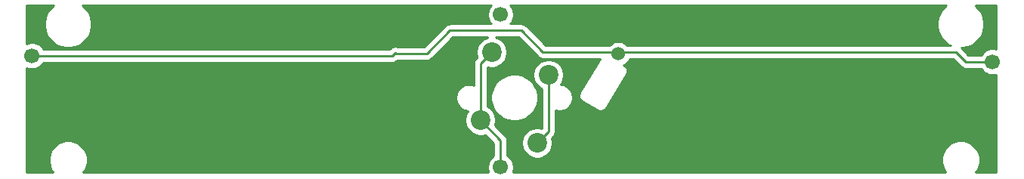
<source format=gbr>
G04 #@! TF.GenerationSoftware,KiCad,Pcbnew,(5.1.6)-1*
G04 #@! TF.CreationDate,2021-12-02T18:02:17-06:00*
G04 #@! TF.ProjectId,Space Hand Wire Helpers,53706163-6520-4486-916e-642057697265,rev?*
G04 #@! TF.SameCoordinates,Original*
G04 #@! TF.FileFunction,Copper,L2,Bot*
G04 #@! TF.FilePolarity,Positive*
%FSLAX46Y46*%
G04 Gerber Fmt 4.6, Leading zero omitted, Abs format (unit mm)*
G04 Created by KiCad (PCBNEW (5.1.6)-1) date 2021-12-02 18:02:17*
%MOMM*%
%LPD*%
G01*
G04 APERTURE LIST*
G04 #@! TA.AperFunction,ComponentPad*
%ADD10C,1.700000*%
G04 #@! TD*
G04 #@! TA.AperFunction,ComponentPad*
%ADD11C,1.524000*%
G04 #@! TD*
G04 #@! TA.AperFunction,ComponentPad*
%ADD12C,2.200000*%
G04 #@! TD*
G04 #@! TA.AperFunction,Conductor*
%ADD13C,0.250000*%
G04 #@! TD*
G04 #@! TA.AperFunction,NonConductor*
%ADD14C,0.254000*%
G04 #@! TD*
G04 APERTURE END LIST*
D10*
X145398000Y-103934000D03*
X145398000Y-86834000D03*
X92898000Y-91434000D03*
X200498000Y-92134000D03*
D11*
X158598000Y-91234000D03*
D12*
X143129000Y-98679000D03*
X149479000Y-101219000D03*
X150749000Y-93599000D03*
X144399000Y-91059000D03*
D13*
X145398000Y-100948000D02*
X143129000Y-98679000D01*
X145398000Y-103934000D02*
X145398000Y-100948000D01*
X143129000Y-92329000D02*
X144399000Y-91059000D01*
X143129000Y-98679000D02*
X143129000Y-92329000D01*
X133650000Y-91186000D02*
X133598000Y-91134000D01*
X137160000Y-91186000D02*
X133650000Y-91186000D01*
X200498000Y-92134000D02*
X197498000Y-92134000D01*
X133598000Y-91134000D02*
X133298000Y-91434000D01*
X139725400Y-88620600D02*
X137160000Y-91186000D01*
X150139800Y-91034000D02*
X147726400Y-88620600D01*
X197498000Y-92134000D02*
X196398000Y-91034000D01*
X196398000Y-91034000D02*
X150139800Y-91034000D01*
X133298000Y-91434000D02*
X95598000Y-91434000D01*
X147726400Y-88620600D02*
X139725400Y-88620600D01*
X95598000Y-91434000D02*
X92898000Y-91434000D01*
X150749000Y-99949000D02*
X149479000Y-101219000D01*
X150749000Y-93599000D02*
X150749000Y-99949000D01*
D14*
G36*
X143892919Y-89390675D02*
G01*
X143577169Y-89521463D01*
X143293002Y-89711337D01*
X143051337Y-89953002D01*
X142861463Y-90237169D01*
X142730675Y-90552919D01*
X142664000Y-90888117D01*
X142664000Y-91229883D01*
X142730675Y-91565081D01*
X142756286Y-91626912D01*
X142617998Y-91765201D01*
X142589000Y-91788999D01*
X142565202Y-91817997D01*
X142565201Y-91817998D01*
X142494026Y-91904724D01*
X142423454Y-92036754D01*
X142396827Y-92124535D01*
X142379998Y-92180014D01*
X142375359Y-92227110D01*
X142365324Y-92329000D01*
X142369001Y-92366332D01*
X142369001Y-94742897D01*
X142292158Y-94711068D01*
X142005260Y-94654000D01*
X141712740Y-94654000D01*
X141425842Y-94711068D01*
X141155589Y-94823010D01*
X140912368Y-94985525D01*
X140705525Y-95192368D01*
X140543010Y-95435589D01*
X140431068Y-95705842D01*
X140374000Y-95992740D01*
X140374000Y-96285260D01*
X140431068Y-96572158D01*
X140543010Y-96842411D01*
X140705525Y-97085632D01*
X140912368Y-97292475D01*
X141155589Y-97454990D01*
X141425842Y-97566932D01*
X141712740Y-97624000D01*
X141747261Y-97624000D01*
X141591463Y-97857169D01*
X141460675Y-98172919D01*
X141394000Y-98508117D01*
X141394000Y-98849883D01*
X141460675Y-99185081D01*
X141591463Y-99500831D01*
X141781337Y-99784998D01*
X142023002Y-100026663D01*
X142307169Y-100216537D01*
X142622919Y-100347325D01*
X142958117Y-100414000D01*
X143299883Y-100414000D01*
X143635081Y-100347325D01*
X143696912Y-100321714D01*
X144638001Y-101262803D01*
X144638000Y-102655821D01*
X144451368Y-102780525D01*
X144244525Y-102987368D01*
X144082010Y-103230589D01*
X143970068Y-103500842D01*
X143913000Y-103787740D01*
X143913000Y-104080260D01*
X143970068Y-104367158D01*
X144013081Y-104471000D01*
X98646796Y-104471000D01*
X98853167Y-104162144D01*
X99015992Y-103769049D01*
X99099000Y-103351741D01*
X99099000Y-102926259D01*
X99015992Y-102508951D01*
X98853167Y-102115856D01*
X98616781Y-101762080D01*
X98315920Y-101461219D01*
X97962144Y-101224833D01*
X97569049Y-101062008D01*
X97151741Y-100979000D01*
X96726259Y-100979000D01*
X96308951Y-101062008D01*
X95915856Y-101224833D01*
X95562080Y-101461219D01*
X95261219Y-101762080D01*
X95024833Y-102115856D01*
X94862008Y-102508951D01*
X94779000Y-102926259D01*
X94779000Y-103351741D01*
X94862008Y-103769049D01*
X95024833Y-104162144D01*
X95231204Y-104471000D01*
X92302800Y-104471000D01*
X92302800Y-92794812D01*
X92464842Y-92861932D01*
X92751740Y-92919000D01*
X93044260Y-92919000D01*
X93331158Y-92861932D01*
X93601411Y-92749990D01*
X93844632Y-92587475D01*
X94051475Y-92380632D01*
X94176178Y-92194000D01*
X133260678Y-92194000D01*
X133298000Y-92197676D01*
X133335322Y-92194000D01*
X133335333Y-92194000D01*
X133446986Y-92183003D01*
X133590247Y-92139546D01*
X133722276Y-92068974D01*
X133838001Y-91974001D01*
X133860981Y-91946000D01*
X137122678Y-91946000D01*
X137160000Y-91949676D01*
X137197322Y-91946000D01*
X137197333Y-91946000D01*
X137308986Y-91935003D01*
X137452247Y-91891546D01*
X137584276Y-91820974D01*
X137700001Y-91726001D01*
X137723804Y-91696997D01*
X140040203Y-89380600D01*
X143943569Y-89380600D01*
X143892919Y-89390675D01*
G37*
X143892919Y-89390675D02*
X143577169Y-89521463D01*
X143293002Y-89711337D01*
X143051337Y-89953002D01*
X142861463Y-90237169D01*
X142730675Y-90552919D01*
X142664000Y-90888117D01*
X142664000Y-91229883D01*
X142730675Y-91565081D01*
X142756286Y-91626912D01*
X142617998Y-91765201D01*
X142589000Y-91788999D01*
X142565202Y-91817997D01*
X142565201Y-91817998D01*
X142494026Y-91904724D01*
X142423454Y-92036754D01*
X142396827Y-92124535D01*
X142379998Y-92180014D01*
X142375359Y-92227110D01*
X142365324Y-92329000D01*
X142369001Y-92366332D01*
X142369001Y-94742897D01*
X142292158Y-94711068D01*
X142005260Y-94654000D01*
X141712740Y-94654000D01*
X141425842Y-94711068D01*
X141155589Y-94823010D01*
X140912368Y-94985525D01*
X140705525Y-95192368D01*
X140543010Y-95435589D01*
X140431068Y-95705842D01*
X140374000Y-95992740D01*
X140374000Y-96285260D01*
X140431068Y-96572158D01*
X140543010Y-96842411D01*
X140705525Y-97085632D01*
X140912368Y-97292475D01*
X141155589Y-97454990D01*
X141425842Y-97566932D01*
X141712740Y-97624000D01*
X141747261Y-97624000D01*
X141591463Y-97857169D01*
X141460675Y-98172919D01*
X141394000Y-98508117D01*
X141394000Y-98849883D01*
X141460675Y-99185081D01*
X141591463Y-99500831D01*
X141781337Y-99784998D01*
X142023002Y-100026663D01*
X142307169Y-100216537D01*
X142622919Y-100347325D01*
X142958117Y-100414000D01*
X143299883Y-100414000D01*
X143635081Y-100347325D01*
X143696912Y-100321714D01*
X144638001Y-101262803D01*
X144638000Y-102655821D01*
X144451368Y-102780525D01*
X144244525Y-102987368D01*
X144082010Y-103230589D01*
X143970068Y-103500842D01*
X143913000Y-103787740D01*
X143913000Y-104080260D01*
X143970068Y-104367158D01*
X144013081Y-104471000D01*
X98646796Y-104471000D01*
X98853167Y-104162144D01*
X99015992Y-103769049D01*
X99099000Y-103351741D01*
X99099000Y-102926259D01*
X99015992Y-102508951D01*
X98853167Y-102115856D01*
X98616781Y-101762080D01*
X98315920Y-101461219D01*
X97962144Y-101224833D01*
X97569049Y-101062008D01*
X97151741Y-100979000D01*
X96726259Y-100979000D01*
X96308951Y-101062008D01*
X95915856Y-101224833D01*
X95562080Y-101461219D01*
X95261219Y-101762080D01*
X95024833Y-102115856D01*
X94862008Y-102508951D01*
X94779000Y-102926259D01*
X94779000Y-103351741D01*
X94862008Y-103769049D01*
X95024833Y-104162144D01*
X95231204Y-104471000D01*
X92302800Y-104471000D01*
X92302800Y-92794812D01*
X92464842Y-92861932D01*
X92751740Y-92919000D01*
X93044260Y-92919000D01*
X93331158Y-92861932D01*
X93601411Y-92749990D01*
X93844632Y-92587475D01*
X94051475Y-92380632D01*
X94176178Y-92194000D01*
X133260678Y-92194000D01*
X133298000Y-92197676D01*
X133335322Y-92194000D01*
X133335333Y-92194000D01*
X133446986Y-92183003D01*
X133590247Y-92139546D01*
X133722276Y-92068974D01*
X133838001Y-91974001D01*
X133860981Y-91946000D01*
X137122678Y-91946000D01*
X137160000Y-91949676D01*
X137197322Y-91946000D01*
X137197333Y-91946000D01*
X137308986Y-91935003D01*
X137452247Y-91891546D01*
X137584276Y-91820974D01*
X137700001Y-91726001D01*
X137723804Y-91696997D01*
X140040203Y-89380600D01*
X143943569Y-89380600D01*
X143892919Y-89390675D01*
G36*
X149576000Y-91545002D02*
G01*
X149599799Y-91574001D01*
X149628797Y-91597799D01*
X149715523Y-91668974D01*
X149847553Y-91739546D01*
X149990814Y-91783003D01*
X150102467Y-91794000D01*
X150102477Y-91794000D01*
X150139799Y-91797676D01*
X150177122Y-91794000D01*
X156547834Y-91794000D01*
X156541350Y-91808482D01*
X154289973Y-95560779D01*
X154266177Y-95594301D01*
X154241585Y-95649225D01*
X154215829Y-95703617D01*
X154214040Y-95710747D01*
X154211037Y-95717453D01*
X154197634Y-95776116D01*
X154182983Y-95834492D01*
X154182619Y-95841832D01*
X154180982Y-95848997D01*
X154179281Y-95909137D01*
X154176300Y-95969259D01*
X154177376Y-95976533D01*
X154177168Y-95983875D01*
X154187234Y-96043199D01*
X154196039Y-96102740D01*
X154198511Y-96109660D01*
X154199741Y-96116907D01*
X154221189Y-96173132D01*
X154241437Y-96229806D01*
X154245213Y-96236113D01*
X154247832Y-96242978D01*
X154279837Y-96293938D01*
X154310754Y-96345574D01*
X154315687Y-96351022D01*
X154319596Y-96357246D01*
X154360927Y-96400982D01*
X154401324Y-96445595D01*
X154407227Y-96449977D01*
X154412273Y-96455317D01*
X154461324Y-96490137D01*
X154509666Y-96526024D01*
X154546828Y-96543621D01*
X156266385Y-97526226D01*
X156287666Y-97542024D01*
X156324821Y-97559618D01*
X156331158Y-97563239D01*
X156355220Y-97574013D01*
X156409617Y-97599771D01*
X156416745Y-97601560D01*
X156423452Y-97604563D01*
X156482131Y-97617970D01*
X156540492Y-97632617D01*
X156547830Y-97632981D01*
X156554995Y-97634618D01*
X156615139Y-97636319D01*
X156675259Y-97639300D01*
X156682533Y-97638224D01*
X156689875Y-97638432D01*
X156749195Y-97628366D01*
X156808740Y-97619561D01*
X156815661Y-97617088D01*
X156822906Y-97615859D01*
X156879124Y-97594414D01*
X156935806Y-97574163D01*
X156942113Y-97570387D01*
X156948978Y-97567768D01*
X156999929Y-97535769D01*
X157051574Y-97504846D01*
X157057024Y-97499911D01*
X157063245Y-97496004D01*
X157106969Y-97454685D01*
X157151595Y-97414276D01*
X157155977Y-97408373D01*
X157161317Y-97403327D01*
X157196145Y-97354265D01*
X157211871Y-97333081D01*
X157215629Y-97326817D01*
X157239423Y-97293299D01*
X157250252Y-97269112D01*
X159501630Y-93516816D01*
X159525423Y-93483299D01*
X159550003Y-93428401D01*
X159575771Y-93373984D01*
X159577562Y-93366850D01*
X159580563Y-93360146D01*
X159593956Y-93301527D01*
X159608617Y-93243110D01*
X159608981Y-93235762D01*
X159610617Y-93228603D01*
X159612317Y-93168493D01*
X159615300Y-93108342D01*
X159614224Y-93101068D01*
X159614432Y-93093723D01*
X159604364Y-93034386D01*
X159595561Y-92974860D01*
X159593089Y-92967941D01*
X159591859Y-92960692D01*
X159570403Y-92904445D01*
X159550163Y-92847794D01*
X159546389Y-92841491D01*
X159543768Y-92834620D01*
X159511743Y-92783628D01*
X159480846Y-92732026D01*
X159475915Y-92726581D01*
X159472004Y-92720353D01*
X159430640Y-92676581D01*
X159390276Y-92632006D01*
X159384380Y-92627629D01*
X159379327Y-92622282D01*
X159330213Y-92587417D01*
X159281934Y-92551576D01*
X159244795Y-92533990D01*
X159188182Y-92501640D01*
X159259727Y-92472005D01*
X159488535Y-92319120D01*
X159683120Y-92124535D01*
X159836005Y-91895727D01*
X159878142Y-91794000D01*
X196083199Y-91794000D01*
X196934201Y-92645003D01*
X196957999Y-92674001D01*
X196986997Y-92697799D01*
X197073723Y-92768974D01*
X197196537Y-92834620D01*
X197205753Y-92839546D01*
X197349014Y-92883003D01*
X197460667Y-92894000D01*
X197460677Y-92894000D01*
X197498000Y-92897676D01*
X197535323Y-92894000D01*
X199219822Y-92894000D01*
X199344525Y-93080632D01*
X199551368Y-93287475D01*
X199794589Y-93449990D01*
X200064842Y-93561932D01*
X200351740Y-93619000D01*
X200644260Y-93619000D01*
X200864001Y-93575291D01*
X200864000Y-104471000D01*
X198646796Y-104471000D01*
X198853167Y-104162144D01*
X199015992Y-103769049D01*
X199099000Y-103351741D01*
X199099000Y-102926259D01*
X199015992Y-102508951D01*
X198853167Y-102115856D01*
X198616781Y-101762080D01*
X198315920Y-101461219D01*
X197962144Y-101224833D01*
X197569049Y-101062008D01*
X197151741Y-100979000D01*
X196726259Y-100979000D01*
X196308951Y-101062008D01*
X195915856Y-101224833D01*
X195562080Y-101461219D01*
X195261219Y-101762080D01*
X195024833Y-102115856D01*
X194862008Y-102508951D01*
X194779000Y-102926259D01*
X194779000Y-103351741D01*
X194862008Y-103769049D01*
X195024833Y-104162144D01*
X195231204Y-104471000D01*
X146782919Y-104471000D01*
X146825932Y-104367158D01*
X146883000Y-104080260D01*
X146883000Y-103787740D01*
X146825932Y-103500842D01*
X146713990Y-103230589D01*
X146551475Y-102987368D01*
X146344632Y-102780525D01*
X146158000Y-102655822D01*
X146158000Y-101048117D01*
X147744000Y-101048117D01*
X147744000Y-101389883D01*
X147810675Y-101725081D01*
X147941463Y-102040831D01*
X148131337Y-102324998D01*
X148373002Y-102566663D01*
X148657169Y-102756537D01*
X148972919Y-102887325D01*
X149308117Y-102954000D01*
X149649883Y-102954000D01*
X149985081Y-102887325D01*
X150300831Y-102756537D01*
X150584998Y-102566663D01*
X150826663Y-102324998D01*
X151016537Y-102040831D01*
X151147325Y-101725081D01*
X151214000Y-101389883D01*
X151214000Y-101048117D01*
X151147325Y-100712919D01*
X151121714Y-100651088D01*
X151260003Y-100512799D01*
X151289001Y-100489001D01*
X151383974Y-100373276D01*
X151454546Y-100241247D01*
X151498003Y-100097986D01*
X151509000Y-99986333D01*
X151509000Y-99986324D01*
X151512676Y-99949001D01*
X151509000Y-99911678D01*
X151509000Y-97535103D01*
X151585842Y-97566932D01*
X151872740Y-97624000D01*
X152165260Y-97624000D01*
X152452158Y-97566932D01*
X152722411Y-97454990D01*
X152965632Y-97292475D01*
X153172475Y-97085632D01*
X153334990Y-96842411D01*
X153446932Y-96572158D01*
X153504000Y-96285260D01*
X153504000Y-95992740D01*
X153446932Y-95705842D01*
X153334990Y-95435589D01*
X153172475Y-95192368D01*
X152965632Y-94985525D01*
X152722411Y-94823010D01*
X152452158Y-94711068D01*
X152165260Y-94654000D01*
X152130739Y-94654000D01*
X152286537Y-94420831D01*
X152417325Y-94105081D01*
X152484000Y-93769883D01*
X152484000Y-93428117D01*
X152417325Y-93092919D01*
X152286537Y-92777169D01*
X152096663Y-92493002D01*
X151854998Y-92251337D01*
X151570831Y-92061463D01*
X151255081Y-91930675D01*
X150919883Y-91864000D01*
X150578117Y-91864000D01*
X150242919Y-91930675D01*
X149927169Y-92061463D01*
X149643002Y-92251337D01*
X149401337Y-92493002D01*
X149211463Y-92777169D01*
X149080675Y-93092919D01*
X149014000Y-93428117D01*
X149014000Y-93769883D01*
X149080675Y-94105081D01*
X149211463Y-94420831D01*
X149401337Y-94704998D01*
X149643002Y-94946663D01*
X149927169Y-95136537D01*
X149989000Y-95162148D01*
X149989001Y-99552299D01*
X149985081Y-99550675D01*
X149649883Y-99484000D01*
X149308117Y-99484000D01*
X148972919Y-99550675D01*
X148657169Y-99681463D01*
X148373002Y-99871337D01*
X148131337Y-100113002D01*
X147941463Y-100397169D01*
X147810675Y-100712919D01*
X147744000Y-101048117D01*
X146158000Y-101048117D01*
X146158000Y-100985333D01*
X146161677Y-100948000D01*
X146147003Y-100799014D01*
X146103546Y-100655753D01*
X146032974Y-100523724D01*
X145961799Y-100436997D01*
X145938001Y-100407999D01*
X145909003Y-100384201D01*
X144771714Y-99246912D01*
X144797325Y-99185081D01*
X144864000Y-98849883D01*
X144864000Y-98508117D01*
X144797325Y-98172919D01*
X144666537Y-97857169D01*
X144476663Y-97573002D01*
X144234998Y-97331337D01*
X143950831Y-97141463D01*
X143889000Y-97115852D01*
X143889000Y-95879475D01*
X144304000Y-95879475D01*
X144304000Y-96398525D01*
X144405261Y-96907601D01*
X144603893Y-97387141D01*
X144892262Y-97818715D01*
X145259285Y-98185738D01*
X145690859Y-98474107D01*
X146170399Y-98672739D01*
X146679475Y-98774000D01*
X147198525Y-98774000D01*
X147707601Y-98672739D01*
X148187141Y-98474107D01*
X148618715Y-98185738D01*
X148985738Y-97818715D01*
X149274107Y-97387141D01*
X149472739Y-96907601D01*
X149574000Y-96398525D01*
X149574000Y-95879475D01*
X149472739Y-95370399D01*
X149274107Y-94890859D01*
X148985738Y-94459285D01*
X148618715Y-94092262D01*
X148187141Y-93803893D01*
X147707601Y-93605261D01*
X147198525Y-93504000D01*
X146679475Y-93504000D01*
X146170399Y-93605261D01*
X145690859Y-93803893D01*
X145259285Y-94092262D01*
X144892262Y-94459285D01*
X144603893Y-94890859D01*
X144405261Y-95370399D01*
X144304000Y-95879475D01*
X143889000Y-95879475D01*
X143889000Y-92725702D01*
X143892919Y-92727325D01*
X144228117Y-92794000D01*
X144569883Y-92794000D01*
X144905081Y-92727325D01*
X145220831Y-92596537D01*
X145504998Y-92406663D01*
X145746663Y-92164998D01*
X145936537Y-91880831D01*
X146067325Y-91565081D01*
X146134000Y-91229883D01*
X146134000Y-90888117D01*
X146067325Y-90552919D01*
X145936537Y-90237169D01*
X145746663Y-89953002D01*
X145504998Y-89711337D01*
X145220831Y-89521463D01*
X144905081Y-89390675D01*
X144854431Y-89380600D01*
X147411599Y-89380600D01*
X149576000Y-91545002D01*
G37*
X149576000Y-91545002D02*
X149599799Y-91574001D01*
X149628797Y-91597799D01*
X149715523Y-91668974D01*
X149847553Y-91739546D01*
X149990814Y-91783003D01*
X150102467Y-91794000D01*
X150102477Y-91794000D01*
X150139799Y-91797676D01*
X150177122Y-91794000D01*
X156547834Y-91794000D01*
X156541350Y-91808482D01*
X154289973Y-95560779D01*
X154266177Y-95594301D01*
X154241585Y-95649225D01*
X154215829Y-95703617D01*
X154214040Y-95710747D01*
X154211037Y-95717453D01*
X154197634Y-95776116D01*
X154182983Y-95834492D01*
X154182619Y-95841832D01*
X154180982Y-95848997D01*
X154179281Y-95909137D01*
X154176300Y-95969259D01*
X154177376Y-95976533D01*
X154177168Y-95983875D01*
X154187234Y-96043199D01*
X154196039Y-96102740D01*
X154198511Y-96109660D01*
X154199741Y-96116907D01*
X154221189Y-96173132D01*
X154241437Y-96229806D01*
X154245213Y-96236113D01*
X154247832Y-96242978D01*
X154279837Y-96293938D01*
X154310754Y-96345574D01*
X154315687Y-96351022D01*
X154319596Y-96357246D01*
X154360927Y-96400982D01*
X154401324Y-96445595D01*
X154407227Y-96449977D01*
X154412273Y-96455317D01*
X154461324Y-96490137D01*
X154509666Y-96526024D01*
X154546828Y-96543621D01*
X156266385Y-97526226D01*
X156287666Y-97542024D01*
X156324821Y-97559618D01*
X156331158Y-97563239D01*
X156355220Y-97574013D01*
X156409617Y-97599771D01*
X156416745Y-97601560D01*
X156423452Y-97604563D01*
X156482131Y-97617970D01*
X156540492Y-97632617D01*
X156547830Y-97632981D01*
X156554995Y-97634618D01*
X156615139Y-97636319D01*
X156675259Y-97639300D01*
X156682533Y-97638224D01*
X156689875Y-97638432D01*
X156749195Y-97628366D01*
X156808740Y-97619561D01*
X156815661Y-97617088D01*
X156822906Y-97615859D01*
X156879124Y-97594414D01*
X156935806Y-97574163D01*
X156942113Y-97570387D01*
X156948978Y-97567768D01*
X156999929Y-97535769D01*
X157051574Y-97504846D01*
X157057024Y-97499911D01*
X157063245Y-97496004D01*
X157106969Y-97454685D01*
X157151595Y-97414276D01*
X157155977Y-97408373D01*
X157161317Y-97403327D01*
X157196145Y-97354265D01*
X157211871Y-97333081D01*
X157215629Y-97326817D01*
X157239423Y-97293299D01*
X157250252Y-97269112D01*
X159501630Y-93516816D01*
X159525423Y-93483299D01*
X159550003Y-93428401D01*
X159575771Y-93373984D01*
X159577562Y-93366850D01*
X159580563Y-93360146D01*
X159593956Y-93301527D01*
X159608617Y-93243110D01*
X159608981Y-93235762D01*
X159610617Y-93228603D01*
X159612317Y-93168493D01*
X159615300Y-93108342D01*
X159614224Y-93101068D01*
X159614432Y-93093723D01*
X159604364Y-93034386D01*
X159595561Y-92974860D01*
X159593089Y-92967941D01*
X159591859Y-92960692D01*
X159570403Y-92904445D01*
X159550163Y-92847794D01*
X159546389Y-92841491D01*
X159543768Y-92834620D01*
X159511743Y-92783628D01*
X159480846Y-92732026D01*
X159475915Y-92726581D01*
X159472004Y-92720353D01*
X159430640Y-92676581D01*
X159390276Y-92632006D01*
X159384380Y-92627629D01*
X159379327Y-92622282D01*
X159330213Y-92587417D01*
X159281934Y-92551576D01*
X159244795Y-92533990D01*
X159188182Y-92501640D01*
X159259727Y-92472005D01*
X159488535Y-92319120D01*
X159683120Y-92124535D01*
X159836005Y-91895727D01*
X159878142Y-91794000D01*
X196083199Y-91794000D01*
X196934201Y-92645003D01*
X196957999Y-92674001D01*
X196986997Y-92697799D01*
X197073723Y-92768974D01*
X197196537Y-92834620D01*
X197205753Y-92839546D01*
X197349014Y-92883003D01*
X197460667Y-92894000D01*
X197460677Y-92894000D01*
X197498000Y-92897676D01*
X197535323Y-92894000D01*
X199219822Y-92894000D01*
X199344525Y-93080632D01*
X199551368Y-93287475D01*
X199794589Y-93449990D01*
X200064842Y-93561932D01*
X200351740Y-93619000D01*
X200644260Y-93619000D01*
X200864001Y-93575291D01*
X200864000Y-104471000D01*
X198646796Y-104471000D01*
X198853167Y-104162144D01*
X199015992Y-103769049D01*
X199099000Y-103351741D01*
X199099000Y-102926259D01*
X199015992Y-102508951D01*
X198853167Y-102115856D01*
X198616781Y-101762080D01*
X198315920Y-101461219D01*
X197962144Y-101224833D01*
X197569049Y-101062008D01*
X197151741Y-100979000D01*
X196726259Y-100979000D01*
X196308951Y-101062008D01*
X195915856Y-101224833D01*
X195562080Y-101461219D01*
X195261219Y-101762080D01*
X195024833Y-102115856D01*
X194862008Y-102508951D01*
X194779000Y-102926259D01*
X194779000Y-103351741D01*
X194862008Y-103769049D01*
X195024833Y-104162144D01*
X195231204Y-104471000D01*
X146782919Y-104471000D01*
X146825932Y-104367158D01*
X146883000Y-104080260D01*
X146883000Y-103787740D01*
X146825932Y-103500842D01*
X146713990Y-103230589D01*
X146551475Y-102987368D01*
X146344632Y-102780525D01*
X146158000Y-102655822D01*
X146158000Y-101048117D01*
X147744000Y-101048117D01*
X147744000Y-101389883D01*
X147810675Y-101725081D01*
X147941463Y-102040831D01*
X148131337Y-102324998D01*
X148373002Y-102566663D01*
X148657169Y-102756537D01*
X148972919Y-102887325D01*
X149308117Y-102954000D01*
X149649883Y-102954000D01*
X149985081Y-102887325D01*
X150300831Y-102756537D01*
X150584998Y-102566663D01*
X150826663Y-102324998D01*
X151016537Y-102040831D01*
X151147325Y-101725081D01*
X151214000Y-101389883D01*
X151214000Y-101048117D01*
X151147325Y-100712919D01*
X151121714Y-100651088D01*
X151260003Y-100512799D01*
X151289001Y-100489001D01*
X151383974Y-100373276D01*
X151454546Y-100241247D01*
X151498003Y-100097986D01*
X151509000Y-99986333D01*
X151509000Y-99986324D01*
X151512676Y-99949001D01*
X151509000Y-99911678D01*
X151509000Y-97535103D01*
X151585842Y-97566932D01*
X151872740Y-97624000D01*
X152165260Y-97624000D01*
X152452158Y-97566932D01*
X152722411Y-97454990D01*
X152965632Y-97292475D01*
X153172475Y-97085632D01*
X153334990Y-96842411D01*
X153446932Y-96572158D01*
X153504000Y-96285260D01*
X153504000Y-95992740D01*
X153446932Y-95705842D01*
X153334990Y-95435589D01*
X153172475Y-95192368D01*
X152965632Y-94985525D01*
X152722411Y-94823010D01*
X152452158Y-94711068D01*
X152165260Y-94654000D01*
X152130739Y-94654000D01*
X152286537Y-94420831D01*
X152417325Y-94105081D01*
X152484000Y-93769883D01*
X152484000Y-93428117D01*
X152417325Y-93092919D01*
X152286537Y-92777169D01*
X152096663Y-92493002D01*
X151854998Y-92251337D01*
X151570831Y-92061463D01*
X151255081Y-91930675D01*
X150919883Y-91864000D01*
X150578117Y-91864000D01*
X150242919Y-91930675D01*
X149927169Y-92061463D01*
X149643002Y-92251337D01*
X149401337Y-92493002D01*
X149211463Y-92777169D01*
X149080675Y-93092919D01*
X149014000Y-93428117D01*
X149014000Y-93769883D01*
X149080675Y-94105081D01*
X149211463Y-94420831D01*
X149401337Y-94704998D01*
X149643002Y-94946663D01*
X149927169Y-95136537D01*
X149989000Y-95162148D01*
X149989001Y-99552299D01*
X149985081Y-99550675D01*
X149649883Y-99484000D01*
X149308117Y-99484000D01*
X148972919Y-99550675D01*
X148657169Y-99681463D01*
X148373002Y-99871337D01*
X148131337Y-100113002D01*
X147941463Y-100397169D01*
X147810675Y-100712919D01*
X147744000Y-101048117D01*
X146158000Y-101048117D01*
X146158000Y-100985333D01*
X146161677Y-100948000D01*
X146147003Y-100799014D01*
X146103546Y-100655753D01*
X146032974Y-100523724D01*
X145961799Y-100436997D01*
X145938001Y-100407999D01*
X145909003Y-100384201D01*
X144771714Y-99246912D01*
X144797325Y-99185081D01*
X144864000Y-98849883D01*
X144864000Y-98508117D01*
X144797325Y-98172919D01*
X144666537Y-97857169D01*
X144476663Y-97573002D01*
X144234998Y-97331337D01*
X143950831Y-97141463D01*
X143889000Y-97115852D01*
X143889000Y-95879475D01*
X144304000Y-95879475D01*
X144304000Y-96398525D01*
X144405261Y-96907601D01*
X144603893Y-97387141D01*
X144892262Y-97818715D01*
X145259285Y-98185738D01*
X145690859Y-98474107D01*
X146170399Y-98672739D01*
X146679475Y-98774000D01*
X147198525Y-98774000D01*
X147707601Y-98672739D01*
X148187141Y-98474107D01*
X148618715Y-98185738D01*
X148985738Y-97818715D01*
X149274107Y-97387141D01*
X149472739Y-96907601D01*
X149574000Y-96398525D01*
X149574000Y-95879475D01*
X149472739Y-95370399D01*
X149274107Y-94890859D01*
X148985738Y-94459285D01*
X148618715Y-94092262D01*
X148187141Y-93803893D01*
X147707601Y-93605261D01*
X147198525Y-93504000D01*
X146679475Y-93504000D01*
X146170399Y-93605261D01*
X145690859Y-93803893D01*
X145259285Y-94092262D01*
X144892262Y-94459285D01*
X144603893Y-94890859D01*
X144405261Y-95370399D01*
X144304000Y-95879475D01*
X143889000Y-95879475D01*
X143889000Y-92725702D01*
X143892919Y-92727325D01*
X144228117Y-92794000D01*
X144569883Y-92794000D01*
X144905081Y-92727325D01*
X145220831Y-92596537D01*
X145504998Y-92406663D01*
X145746663Y-92164998D01*
X145936537Y-91880831D01*
X146067325Y-91565081D01*
X146134000Y-91229883D01*
X146134000Y-90888117D01*
X146067325Y-90552919D01*
X145936537Y-90237169D01*
X145746663Y-89953002D01*
X145504998Y-89711337D01*
X145220831Y-89521463D01*
X144905081Y-89390675D01*
X144854431Y-89380600D01*
X147411599Y-89380600D01*
X149576000Y-91545002D01*
G36*
X200864001Y-90692709D02*
G01*
X200644260Y-90649000D01*
X200351740Y-90649000D01*
X200064842Y-90706068D01*
X199794589Y-90818010D01*
X199551368Y-90980525D01*
X199344525Y-91187368D01*
X199219822Y-91374000D01*
X197812802Y-91374000D01*
X196972801Y-90534000D01*
X197198525Y-90534000D01*
X197707601Y-90432739D01*
X198187141Y-90234107D01*
X198618715Y-89945738D01*
X198985738Y-89578715D01*
X199274107Y-89147141D01*
X199472739Y-88667601D01*
X199574000Y-88158525D01*
X199574000Y-87639475D01*
X199472739Y-87130399D01*
X199274107Y-86650859D01*
X198985738Y-86219285D01*
X198618715Y-85852262D01*
X198579112Y-85825800D01*
X200864001Y-85825800D01*
X200864001Y-90692709D01*
G37*
X200864001Y-90692709D02*
X200644260Y-90649000D01*
X200351740Y-90649000D01*
X200064842Y-90706068D01*
X199794589Y-90818010D01*
X199551368Y-90980525D01*
X199344525Y-91187368D01*
X199219822Y-91374000D01*
X197812802Y-91374000D01*
X196972801Y-90534000D01*
X197198525Y-90534000D01*
X197707601Y-90432739D01*
X198187141Y-90234107D01*
X198618715Y-89945738D01*
X198985738Y-89578715D01*
X199274107Y-89147141D01*
X199472739Y-88667601D01*
X199574000Y-88158525D01*
X199574000Y-87639475D01*
X199472739Y-87130399D01*
X199274107Y-86650859D01*
X198985738Y-86219285D01*
X198618715Y-85852262D01*
X198579112Y-85825800D01*
X200864001Y-85825800D01*
X200864001Y-90692709D01*
G36*
X95259285Y-85852262D02*
G01*
X94892262Y-86219285D01*
X94603893Y-86650859D01*
X94405261Y-87130399D01*
X94304000Y-87639475D01*
X94304000Y-88158525D01*
X94405261Y-88667601D01*
X94603893Y-89147141D01*
X94892262Y-89578715D01*
X95259285Y-89945738D01*
X95690859Y-90234107D01*
X96170399Y-90432739D01*
X96679475Y-90534000D01*
X97198525Y-90534000D01*
X97707601Y-90432739D01*
X98187141Y-90234107D01*
X98618715Y-89945738D01*
X98985738Y-89578715D01*
X99274107Y-89147141D01*
X99472739Y-88667601D01*
X99574000Y-88158525D01*
X99574000Y-87639475D01*
X99472739Y-87130399D01*
X99274107Y-86650859D01*
X98985738Y-86219285D01*
X98618715Y-85852262D01*
X98579112Y-85825800D01*
X144306093Y-85825800D01*
X144244525Y-85887368D01*
X144082010Y-86130589D01*
X143970068Y-86400842D01*
X143913000Y-86687740D01*
X143913000Y-86980260D01*
X143970068Y-87267158D01*
X144082010Y-87537411D01*
X144244525Y-87780632D01*
X144324493Y-87860600D01*
X139762722Y-87860600D01*
X139725399Y-87856924D01*
X139688076Y-87860600D01*
X139688067Y-87860600D01*
X139576414Y-87871597D01*
X139433153Y-87915054D01*
X139301124Y-87985626D01*
X139301122Y-87985627D01*
X139301123Y-87985627D01*
X139214396Y-88056801D01*
X139214392Y-88056805D01*
X139185399Y-88080599D01*
X139161605Y-88109592D01*
X136845199Y-90426000D01*
X133882156Y-90426000D01*
X133746985Y-90384998D01*
X133598000Y-90370324D01*
X133597999Y-90370324D01*
X133449013Y-90384998D01*
X133305753Y-90428454D01*
X133195534Y-90487368D01*
X133173724Y-90499026D01*
X133057999Y-90593999D01*
X133034196Y-90623003D01*
X132983199Y-90674000D01*
X94176178Y-90674000D01*
X94051475Y-90487368D01*
X93844632Y-90280525D01*
X93601411Y-90118010D01*
X93331158Y-90006068D01*
X93044260Y-89949000D01*
X92751740Y-89949000D01*
X92464842Y-90006068D01*
X92302800Y-90073188D01*
X92302800Y-85825800D01*
X95298888Y-85825800D01*
X95259285Y-85852262D01*
G37*
X95259285Y-85852262D02*
X94892262Y-86219285D01*
X94603893Y-86650859D01*
X94405261Y-87130399D01*
X94304000Y-87639475D01*
X94304000Y-88158525D01*
X94405261Y-88667601D01*
X94603893Y-89147141D01*
X94892262Y-89578715D01*
X95259285Y-89945738D01*
X95690859Y-90234107D01*
X96170399Y-90432739D01*
X96679475Y-90534000D01*
X97198525Y-90534000D01*
X97707601Y-90432739D01*
X98187141Y-90234107D01*
X98618715Y-89945738D01*
X98985738Y-89578715D01*
X99274107Y-89147141D01*
X99472739Y-88667601D01*
X99574000Y-88158525D01*
X99574000Y-87639475D01*
X99472739Y-87130399D01*
X99274107Y-86650859D01*
X98985738Y-86219285D01*
X98618715Y-85852262D01*
X98579112Y-85825800D01*
X144306093Y-85825800D01*
X144244525Y-85887368D01*
X144082010Y-86130589D01*
X143970068Y-86400842D01*
X143913000Y-86687740D01*
X143913000Y-86980260D01*
X143970068Y-87267158D01*
X144082010Y-87537411D01*
X144244525Y-87780632D01*
X144324493Y-87860600D01*
X139762722Y-87860600D01*
X139725399Y-87856924D01*
X139688076Y-87860600D01*
X139688067Y-87860600D01*
X139576414Y-87871597D01*
X139433153Y-87915054D01*
X139301124Y-87985626D01*
X139301122Y-87985627D01*
X139301123Y-87985627D01*
X139214396Y-88056801D01*
X139214392Y-88056805D01*
X139185399Y-88080599D01*
X139161605Y-88109592D01*
X136845199Y-90426000D01*
X133882156Y-90426000D01*
X133746985Y-90384998D01*
X133598000Y-90370324D01*
X133597999Y-90370324D01*
X133449013Y-90384998D01*
X133305753Y-90428454D01*
X133195534Y-90487368D01*
X133173724Y-90499026D01*
X133057999Y-90593999D01*
X133034196Y-90623003D01*
X132983199Y-90674000D01*
X94176178Y-90674000D01*
X94051475Y-90487368D01*
X93844632Y-90280525D01*
X93601411Y-90118010D01*
X93331158Y-90006068D01*
X93044260Y-89949000D01*
X92751740Y-89949000D01*
X92464842Y-90006068D01*
X92302800Y-90073188D01*
X92302800Y-85825800D01*
X95298888Y-85825800D01*
X95259285Y-85852262D01*
G36*
X195259285Y-85852262D02*
G01*
X194892262Y-86219285D01*
X194603893Y-86650859D01*
X194405261Y-87130399D01*
X194304000Y-87639475D01*
X194304000Y-88158525D01*
X194405261Y-88667601D01*
X194603893Y-89147141D01*
X194892262Y-89578715D01*
X195259285Y-89945738D01*
X195690859Y-90234107D01*
X195787169Y-90274000D01*
X159613655Y-90274000D01*
X159488535Y-90148880D01*
X159259727Y-89995995D01*
X159005490Y-89890686D01*
X158735592Y-89837000D01*
X158460408Y-89837000D01*
X158190510Y-89890686D01*
X157936273Y-89995995D01*
X157707465Y-90148880D01*
X157582345Y-90274000D01*
X150454602Y-90274000D01*
X148290204Y-88109603D01*
X148266401Y-88080599D01*
X148150676Y-87985626D01*
X148018647Y-87915054D01*
X147875386Y-87871597D01*
X147763733Y-87860600D01*
X147763722Y-87860600D01*
X147726400Y-87856924D01*
X147689078Y-87860600D01*
X146471507Y-87860600D01*
X146551475Y-87780632D01*
X146713990Y-87537411D01*
X146825932Y-87267158D01*
X146883000Y-86980260D01*
X146883000Y-86687740D01*
X146825932Y-86400842D01*
X146713990Y-86130589D01*
X146551475Y-85887368D01*
X146489907Y-85825800D01*
X195298888Y-85825800D01*
X195259285Y-85852262D01*
G37*
X195259285Y-85852262D02*
X194892262Y-86219285D01*
X194603893Y-86650859D01*
X194405261Y-87130399D01*
X194304000Y-87639475D01*
X194304000Y-88158525D01*
X194405261Y-88667601D01*
X194603893Y-89147141D01*
X194892262Y-89578715D01*
X195259285Y-89945738D01*
X195690859Y-90234107D01*
X195787169Y-90274000D01*
X159613655Y-90274000D01*
X159488535Y-90148880D01*
X159259727Y-89995995D01*
X159005490Y-89890686D01*
X158735592Y-89837000D01*
X158460408Y-89837000D01*
X158190510Y-89890686D01*
X157936273Y-89995995D01*
X157707465Y-90148880D01*
X157582345Y-90274000D01*
X150454602Y-90274000D01*
X148290204Y-88109603D01*
X148266401Y-88080599D01*
X148150676Y-87985626D01*
X148018647Y-87915054D01*
X147875386Y-87871597D01*
X147763733Y-87860600D01*
X147763722Y-87860600D01*
X147726400Y-87856924D01*
X147689078Y-87860600D01*
X146471507Y-87860600D01*
X146551475Y-87780632D01*
X146713990Y-87537411D01*
X146825932Y-87267158D01*
X146883000Y-86980260D01*
X146883000Y-86687740D01*
X146825932Y-86400842D01*
X146713990Y-86130589D01*
X146551475Y-85887368D01*
X146489907Y-85825800D01*
X195298888Y-85825800D01*
X195259285Y-85852262D01*
M02*

</source>
